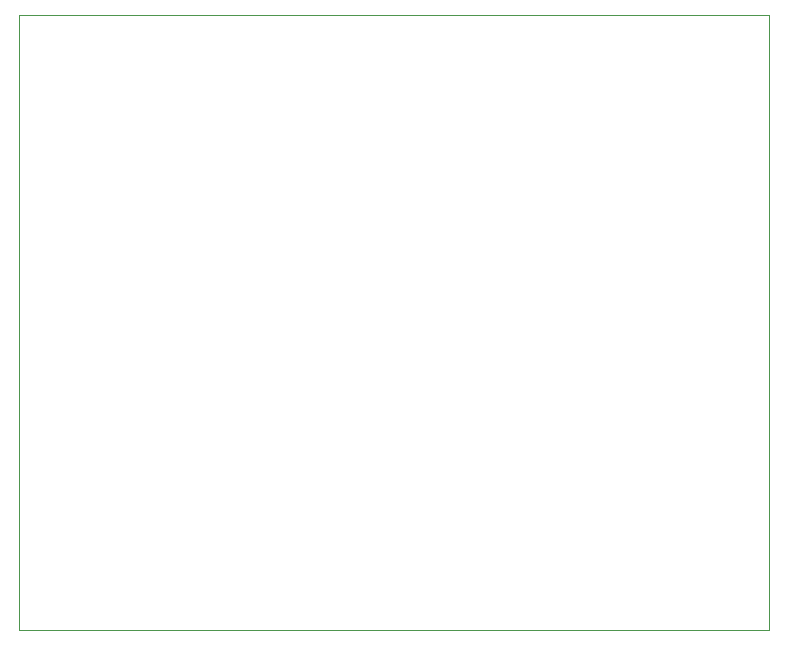
<source format=gbr>
G04 #@! TF.GenerationSoftware,KiCad,Pcbnew,5.1.4+dfsg1-1*
G04 #@! TF.CreationDate,2019-10-31T22:05:16+07:00*
G04 #@! TF.ProjectId,myFarm,6d794661-726d-42e6-9b69-6361645f7063,rev?*
G04 #@! TF.SameCoordinates,Original*
G04 #@! TF.FileFunction,Profile,NP*
%FSLAX46Y46*%
G04 Gerber Fmt 4.6, Leading zero omitted, Abs format (unit mm)*
G04 Created by KiCad (PCBNEW 5.1.4+dfsg1-1) date 2019-10-31 22:05:16*
%MOMM*%
%LPD*%
G04 APERTURE LIST*
%ADD10C,0.050000*%
G04 APERTURE END LIST*
D10*
X125730000Y-48260000D02*
X62230000Y-48260000D01*
X125730000Y-100330000D02*
X125730000Y-48260000D01*
X62230000Y-100330000D02*
X125730000Y-100330000D01*
X62230000Y-48260000D02*
X62230000Y-100330000D01*
M02*

</source>
